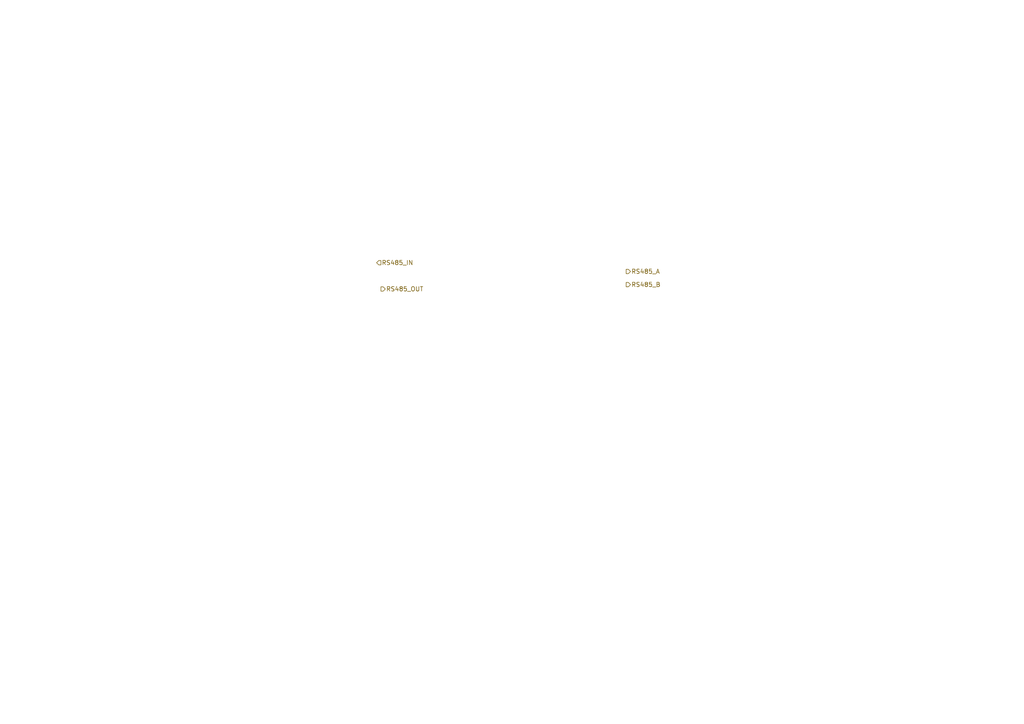
<source format=kicad_sch>
(kicad_sch
	(version 20250114)
	(generator "eeschema")
	(generator_version "9.0")
	(uuid "970528de-2b10-4900-a89b-af7bd6c28f66")
	(paper "A4")
	(lib_symbols)
	(hierarchical_label "RS485_A"
		(shape output)
		(at 181.61 78.74 0)
		(effects
			(font
				(size 1.27 1.27)
			)
			(justify left)
		)
		(uuid "61deb792-d1b5-49c0-8cb9-7e12e0526b5e")
	)
	(hierarchical_label "RS485_B"
		(shape output)
		(at 181.61 82.55 0)
		(effects
			(font
				(size 1.27 1.27)
			)
			(justify left)
		)
		(uuid "a3136d45-cce2-4fcf-8f76-ca409c6118d8")
	)
	(hierarchical_label "RS485_OUT"
		(shape output)
		(at 110.49 83.82 0)
		(effects
			(font
				(size 1.27 1.27)
			)
			(justify left)
		)
		(uuid "e1d3f145-579a-4f2a-9ef7-537d98966dd1")
	)
	(hierarchical_label "RS485_IN"
		(shape input)
		(at 109.22 76.2 0)
		(effects
			(font
				(size 1.27 1.27)
			)
			(justify left)
		)
		(uuid "f2151697-cfc4-4e6a-b74d-46e3e8ce332b")
	)
)

</source>
